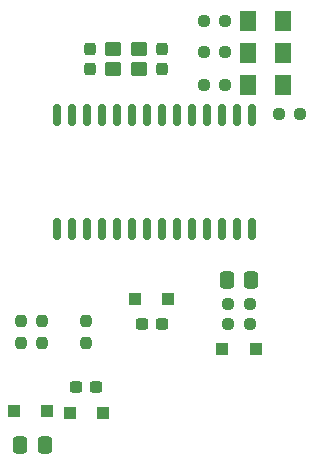
<source format=gtp>
G04 #@! TF.GenerationSoftware,KiCad,Pcbnew,9.0.7*
G04 #@! TF.CreationDate,2026-01-26T16:17:32-05:00*
G04 #@! TF.ProjectId,rocket_power_board,726f636b-6574-45f7-906f-7765725f626f,rev?*
G04 #@! TF.SameCoordinates,Original*
G04 #@! TF.FileFunction,Paste,Top*
G04 #@! TF.FilePolarity,Positive*
%FSLAX46Y46*%
G04 Gerber Fmt 4.6, Leading zero omitted, Abs format (unit mm)*
G04 Created by KiCad (PCBNEW 9.0.7) date 2026-01-26 16:17:32*
%MOMM*%
%LPD*%
G01*
G04 APERTURE LIST*
G04 Aperture macros list*
%AMRoundRect*
0 Rectangle with rounded corners*
0 $1 Rounding radius*
0 $2 $3 $4 $5 $6 $7 $8 $9 X,Y pos of 4 corners*
0 Add a 4 corners polygon primitive as box body*
4,1,4,$2,$3,$4,$5,$6,$7,$8,$9,$2,$3,0*
0 Add four circle primitives for the rounded corners*
1,1,$1+$1,$2,$3*
1,1,$1+$1,$4,$5*
1,1,$1+$1,$6,$7*
1,1,$1+$1,$8,$9*
0 Add four rect primitives between the rounded corners*
20,1,$1+$1,$2,$3,$4,$5,0*
20,1,$1+$1,$4,$5,$6,$7,0*
20,1,$1+$1,$6,$7,$8,$9,0*
20,1,$1+$1,$8,$9,$2,$3,0*%
G04 Aperture macros list end*
%ADD10RoundRect,0.250000X-0.300000X-0.300000X0.300000X-0.300000X0.300000X0.300000X-0.300000X0.300000X0*%
%ADD11RoundRect,0.150000X-0.150000X0.750000X-0.150000X-0.750000X0.150000X-0.750000X0.150000X0.750000X0*%
%ADD12RoundRect,0.237500X-0.237500X0.250000X-0.237500X-0.250000X0.237500X-0.250000X0.237500X0.250000X0*%
%ADD13RoundRect,0.237500X-0.237500X0.300000X-0.237500X-0.300000X0.237500X-0.300000X0.237500X0.300000X0*%
%ADD14RoundRect,0.250000X-0.450000X-0.350000X0.450000X-0.350000X0.450000X0.350000X-0.450000X0.350000X0*%
%ADD15RoundRect,0.237500X0.237500X-0.300000X0.237500X0.300000X-0.237500X0.300000X-0.237500X-0.300000X0*%
%ADD16RoundRect,0.237500X0.250000X0.237500X-0.250000X0.237500X-0.250000X-0.237500X0.250000X-0.237500X0*%
%ADD17RoundRect,0.250000X0.300000X0.300000X-0.300000X0.300000X-0.300000X-0.300000X0.300000X-0.300000X0*%
%ADD18RoundRect,0.237500X0.300000X0.237500X-0.300000X0.237500X-0.300000X-0.237500X0.300000X-0.237500X0*%
%ADD19RoundRect,0.250000X-0.337500X-0.475000X0.337500X-0.475000X0.337500X0.475000X-0.337500X0.475000X0*%
%ADD20RoundRect,0.250001X-0.462499X-0.624999X0.462499X-0.624999X0.462499X0.624999X-0.462499X0.624999X0*%
%ADD21RoundRect,0.237500X0.237500X-0.250000X0.237500X0.250000X-0.237500X0.250000X-0.237500X-0.250000X0*%
G04 APERTURE END LIST*
D10*
G04 #@! TO.C,D8*
X204041200Y-83108800D03*
X201241200Y-83108800D03*
G04 #@! TD*
D11*
G04 #@! TO.C,U2*
X221361000Y-58090400D03*
X220091000Y-58090400D03*
X218821000Y-58090400D03*
X217551000Y-58090400D03*
X216281000Y-58090400D03*
X215011000Y-58090400D03*
X213741000Y-58090400D03*
X212471000Y-58090400D03*
X211201000Y-58090400D03*
X209931000Y-58090400D03*
X208661000Y-58090400D03*
X207391000Y-58090400D03*
X206121000Y-58090400D03*
X204851000Y-58090400D03*
X204851000Y-67690400D03*
X206121000Y-67690400D03*
X207391000Y-67690400D03*
X208661000Y-67690400D03*
X209931000Y-67690400D03*
X211201000Y-67690400D03*
X212471000Y-67690400D03*
X213741000Y-67690400D03*
X215011000Y-67690400D03*
X216281000Y-67690400D03*
X217551000Y-67690400D03*
X218821000Y-67690400D03*
X220091000Y-67690400D03*
X221361000Y-67690400D03*
G04 #@! TD*
D12*
G04 #@! TO.C,R24*
X203606400Y-75541500D03*
X203606400Y-77366500D03*
G04 #@! TD*
D13*
G04 #@! TO.C,C4*
X207645000Y-52452099D03*
X207645000Y-54177101D03*
G04 #@! TD*
D14*
G04 #@! TO.C,Y1*
X209593000Y-54164600D03*
X211793000Y-54164600D03*
X211793000Y-52464600D03*
X209593000Y-52464600D03*
G04 #@! TD*
D15*
G04 #@! TO.C,C3*
X213741000Y-54177101D03*
X213741000Y-52452099D03*
G04 #@! TD*
D16*
G04 #@! TO.C,R18*
X221206700Y-75717400D03*
X219381700Y-75717400D03*
G04 #@! TD*
D17*
G04 #@! TO.C,D6*
X214302800Y-73660000D03*
X211502800Y-73660000D03*
G04 #@! TD*
D18*
G04 #@! TO.C,C15*
X208202700Y-81127600D03*
X206477700Y-81127600D03*
G04 #@! TD*
D19*
G04 #@! TO.C,C12*
X219256700Y-72009000D03*
X221331700Y-72009000D03*
G04 #@! TD*
D20*
G04 #@! TO.C,D2*
X221041900Y-50088800D03*
X224016900Y-50088800D03*
G04 #@! TD*
D12*
G04 #@! TO.C,R22*
X201828400Y-75541500D03*
X201828400Y-77366500D03*
G04 #@! TD*
D18*
G04 #@! TO.C,C5*
X213765300Y-75793600D03*
X212040300Y-75793600D03*
G04 #@! TD*
D16*
G04 #@! TO.C,R8*
X219149300Y-50063400D03*
X217324300Y-50063400D03*
G04 #@! TD*
D17*
G04 #@! TO.C,D5*
X221694200Y-77851000D03*
X218894200Y-77851000D03*
G04 #@! TD*
D16*
G04 #@! TO.C,R11*
X221206700Y-74066400D03*
X219381700Y-74066400D03*
G04 #@! TD*
D21*
G04 #@! TO.C,R33*
X207340200Y-77366500D03*
X207340200Y-75541500D03*
G04 #@! TD*
D20*
G04 #@! TO.C,D3*
X221041900Y-52781200D03*
X224016900Y-52781200D03*
G04 #@! TD*
D16*
G04 #@! TO.C,R7*
X219123900Y-55499000D03*
X217298900Y-55499000D03*
G04 #@! TD*
D10*
G04 #@! TO.C,D7*
X206016400Y-83261200D03*
X208816400Y-83261200D03*
G04 #@! TD*
D16*
G04 #@! TO.C,R9*
X219149300Y-52755800D03*
X217324300Y-52755800D03*
G04 #@! TD*
D19*
G04 #@! TO.C,C22*
X201756100Y-86029800D03*
X203831100Y-86029800D03*
G04 #@! TD*
D20*
G04 #@! TO.C,D1*
X221041900Y-55524400D03*
X224016900Y-55524400D03*
G04 #@! TD*
D16*
G04 #@! TO.C,R4*
X225499300Y-57962800D03*
X223674300Y-57962800D03*
G04 #@! TD*
M02*

</source>
